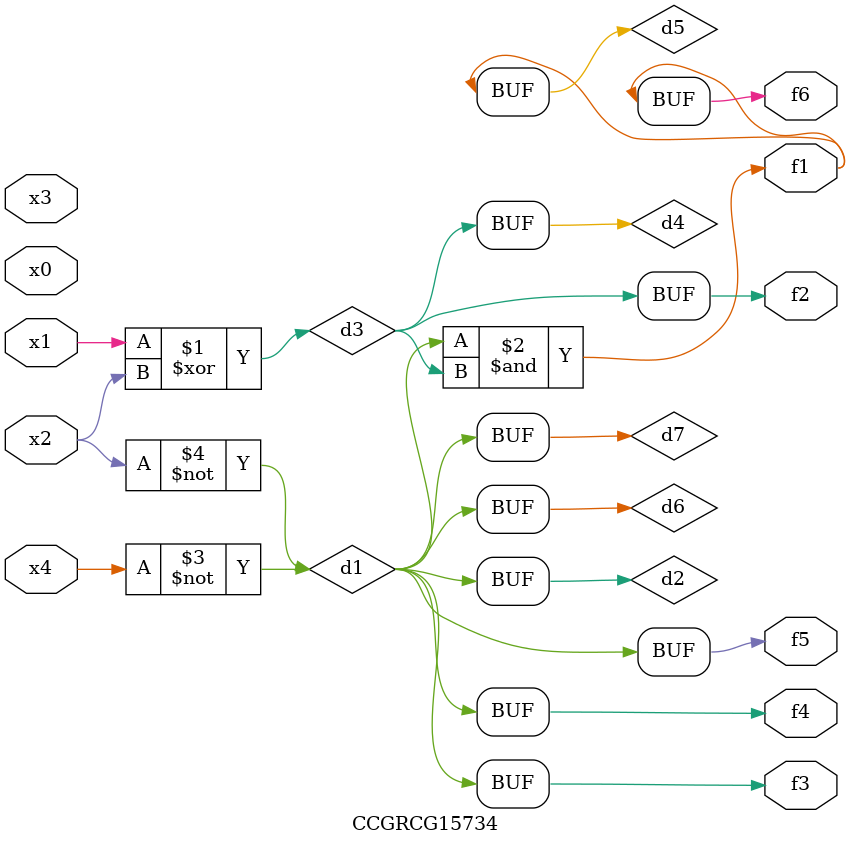
<source format=v>
module CCGRCG15734(
	input x0, x1, x2, x3, x4,
	output f1, f2, f3, f4, f5, f6
);

	wire d1, d2, d3, d4, d5, d6, d7;

	not (d1, x4);
	not (d2, x2);
	xor (d3, x1, x2);
	buf (d4, d3);
	and (d5, d1, d3);
	buf (d6, d1, d2);
	buf (d7, d2);
	assign f1 = d5;
	assign f2 = d4;
	assign f3 = d7;
	assign f4 = d7;
	assign f5 = d7;
	assign f6 = d5;
endmodule

</source>
